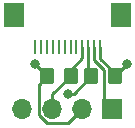
<source format=gbr>
%TF.GenerationSoftware,KiCad,Pcbnew,(6.0.4-0)*%
%TF.CreationDate,2022-07-09T20:17:42+01:00*%
%TF.ProjectId,minimal-ffc-i2c,6d696e69-6d61-46c2-9d66-66632d693263,rev?*%
%TF.SameCoordinates,Original*%
%TF.FileFunction,Copper,L1,Top*%
%TF.FilePolarity,Positive*%
%FSLAX46Y46*%
G04 Gerber Fmt 4.6, Leading zero omitted, Abs format (unit mm)*
G04 Created by KiCad (PCBNEW (6.0.4-0)) date 2022-07-09 20:17:42*
%MOMM*%
%LPD*%
G01*
G04 APERTURE LIST*
G04 Aperture macros list*
%AMRoundRect*
0 Rectangle with rounded corners*
0 $1 Rounding radius*
0 $2 $3 $4 $5 $6 $7 $8 $9 X,Y pos of 4 corners*
0 Add a 4 corners polygon primitive as box body*
4,1,4,$2,$3,$4,$5,$6,$7,$8,$9,$2,$3,0*
0 Add four circle primitives for the rounded corners*
1,1,$1+$1,$2,$3*
1,1,$1+$1,$4,$5*
1,1,$1+$1,$6,$7*
1,1,$1+$1,$8,$9*
0 Add four rect primitives between the rounded corners*
20,1,$1+$1,$2,$3,$4,$5,0*
20,1,$1+$1,$4,$5,$6,$7,0*
20,1,$1+$1,$6,$7,$8,$9,0*
20,1,$1+$1,$8,$9,$2,$3,0*%
G04 Aperture macros list end*
%TA.AperFunction,SMDPad,CuDef*%
%ADD10RoundRect,0.250000X0.350000X0.450000X-0.350000X0.450000X-0.350000X-0.450000X0.350000X-0.450000X0*%
%TD*%
%TA.AperFunction,ComponentPad*%
%ADD11R,1.700000X1.700000*%
%TD*%
%TA.AperFunction,ComponentPad*%
%ADD12O,1.700000X1.700000*%
%TD*%
%TA.AperFunction,SMDPad,CuDef*%
%ADD13RoundRect,0.250000X-0.350000X-0.450000X0.350000X-0.450000X0.350000X0.450000X-0.350000X0.450000X0*%
%TD*%
%TA.AperFunction,SMDPad,CuDef*%
%ADD14R,0.280000X1.250000*%
%TD*%
%TA.AperFunction,SMDPad,CuDef*%
%ADD15R,1.800000X2.000000*%
%TD*%
%TA.AperFunction,ViaPad*%
%ADD16C,0.800000*%
%TD*%
%TA.AperFunction,Conductor*%
%ADD17C,0.250000*%
%TD*%
G04 APERTURE END LIST*
D10*
%TO.P,R1,1*%
%TO.N,sck*%
X112000000Y-96000000D03*
%TO.P,R1,2*%
%TO.N,vcc*%
X110000000Y-96000000D03*
%TD*%
D11*
%TO.P,J1,1,Pin_1*%
%TO.N,gnd*%
X115550000Y-98750000D03*
D12*
%TO.P,J1,2,Pin_2*%
%TO.N,vcc*%
X113010000Y-98750000D03*
%TO.P,J1,3,Pin_3*%
%TO.N,sck*%
X110470000Y-98750000D03*
%TO.P,J1,4,Pin_4*%
%TO.N,sda*%
X107930000Y-98750000D03*
%TD*%
D13*
%TO.P,R2,1*%
%TO.N,sda*%
X113750000Y-96000000D03*
%TO.P,R2,2*%
%TO.N,vcc*%
X115750000Y-96000000D03*
%TD*%
D14*
%TO.P,J2,1,Pin_1*%
%TO.N,vcc*%
X114500000Y-93520000D03*
%TO.P,J2,2,Pin_2*%
%TO.N,gnd*%
X114000000Y-93520000D03*
%TO.P,J2,3,Pin_3*%
%TO.N,sda*%
X113500000Y-93520000D03*
%TO.P,J2,4,Pin_4*%
%TO.N,sck*%
X113000000Y-93520000D03*
%TO.P,J2,5,Pin_5*%
%TO.N,unconnected-(J2-Pad5)*%
X112500000Y-93520000D03*
%TO.P,J2,6,Pin_6*%
%TO.N,unconnected-(J2-Pad6)*%
X112000000Y-93520000D03*
%TO.P,J2,7,Pin_7*%
%TO.N,unconnected-(J2-Pad7)*%
X111500000Y-93520000D03*
%TO.P,J2,8,Pin_8*%
%TO.N,unconnected-(J2-Pad8)*%
X111000000Y-93520000D03*
%TO.P,J2,9,Pin_9*%
%TO.N,unconnected-(J2-Pad9)*%
X110500000Y-93520000D03*
%TO.P,J2,10,Pin_10*%
%TO.N,unconnected-(J2-Pad10)*%
X110000000Y-93520000D03*
%TO.P,J2,11,Pin_11*%
%TO.N,unconnected-(J2-Pad11)*%
X109500000Y-93520000D03*
%TO.P,J2,12,Pin_12*%
%TO.N,unconnected-(J2-Pad12)*%
X109000000Y-93520000D03*
D15*
%TO.P,J2,13*%
%TO.N,N/C*%
X107200000Y-90796000D03*
%TO.P,J2,14*%
X116300000Y-90796000D03*
%TD*%
D16*
%TO.N,vcc*%
X116750000Y-95000000D03*
X109000000Y-95000000D03*
%TO.N,sda*%
X111750000Y-97500000D03*
%TD*%
D17*
%TO.N,vcc*%
X110000000Y-96000000D02*
X109295489Y-96704511D01*
X109295489Y-99295489D02*
X110000000Y-100000000D01*
X109295489Y-96704511D02*
X109295489Y-99295489D01*
X111760000Y-100000000D02*
X113010000Y-98750000D01*
X110000000Y-100000000D02*
X111760000Y-100000000D01*
%TO.N,gnd*%
X114825480Y-98025480D02*
X115550000Y-98750000D01*
X114000000Y-93520000D02*
X114000000Y-94637507D01*
X114825480Y-95462987D02*
X114825480Y-98025480D01*
X114000000Y-94637507D02*
X114825480Y-95462987D01*
%TO.N,vcc*%
X114500000Y-93520000D02*
X114500000Y-94501789D01*
X110000000Y-96000000D02*
X109000000Y-95000000D01*
X116750000Y-95000000D02*
X115750000Y-96000000D01*
X114500000Y-94501789D02*
X115750000Y-95751789D01*
X115750000Y-95751789D02*
X115750000Y-96000000D01*
%TO.N,sck*%
X113000000Y-94434022D02*
X112000000Y-95434022D01*
X112000000Y-96000000D02*
X110470000Y-97530000D01*
X112000000Y-95434022D02*
X112000000Y-96000000D01*
X110470000Y-97530000D02*
X110470000Y-98750000D01*
X113000000Y-93520000D02*
X113000000Y-94434022D01*
%TO.N,sda*%
X113750000Y-96000000D02*
X112250000Y-97500000D01*
X112250000Y-97500000D02*
X111750000Y-97500000D01*
X113500000Y-95750000D02*
X113750000Y-96000000D01*
X113500000Y-93520000D02*
X113500000Y-95750000D01*
%TD*%
M02*

</source>
